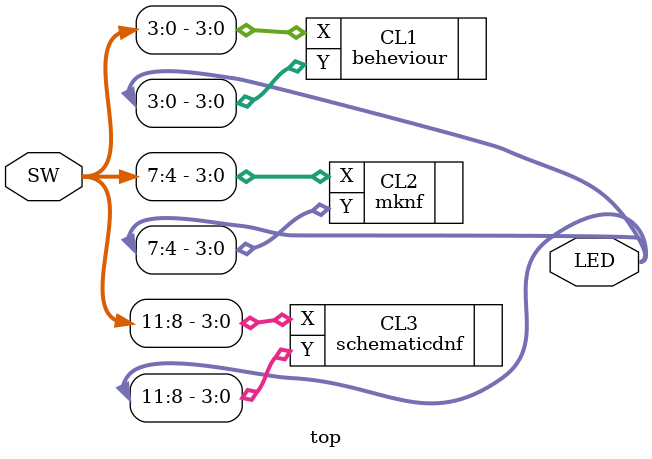
<source format=v>
`timescale 1ns / 1ps
module top(
	input [11:0] SW,
	output[11:0] LED
    );
	 beheviour CL1 (
	 .X(SW[3:0]),
	 .Y(LED[3:0])
	 );
	 
	 
	 mknf CL2(
	 .X(SW[7:4]),
	 .Y(LED[7:4])
	 );
	 
	 schematicdnf CL3(
	 .X(SW[11:8]),
	 .Y(LED[11:8])
	 );
endmodule

</source>
